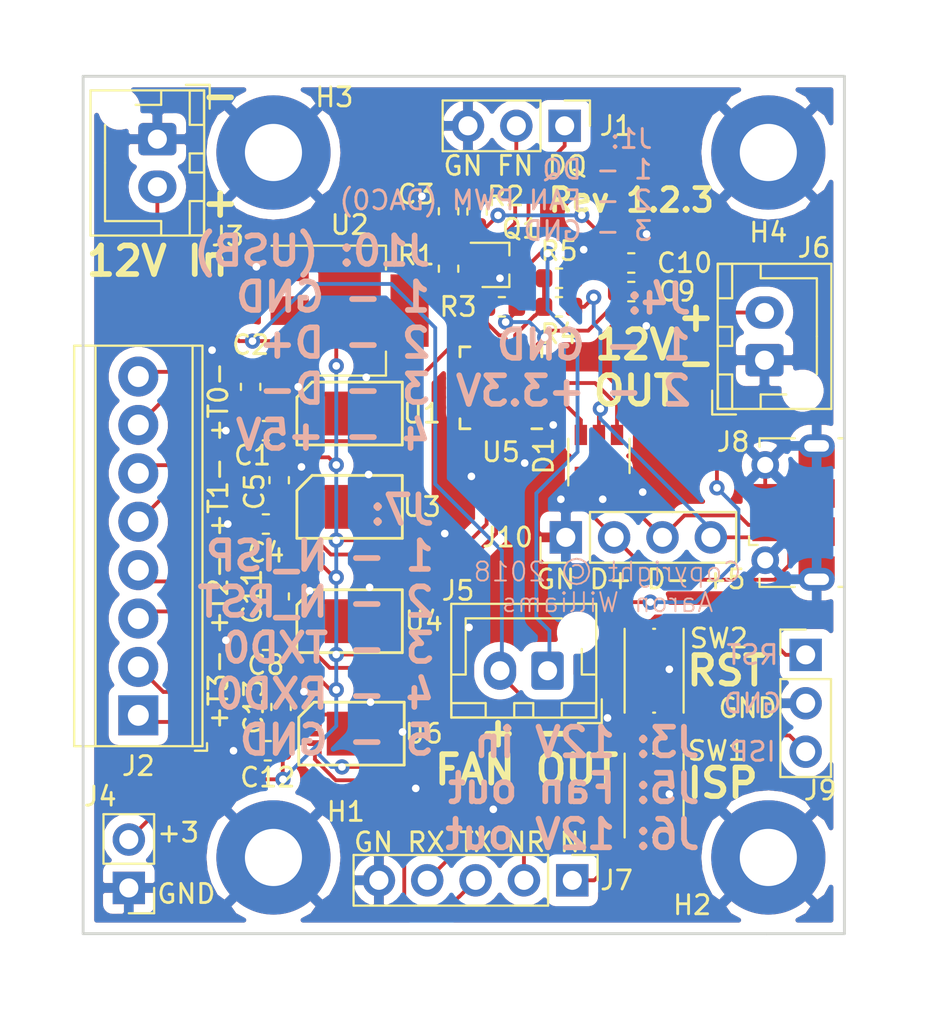
<source format=kicad_pcb>
(kicad_pcb (version 20171130) (host pcbnew 5.1.0-5.1.0)
  (title_block (title "T-962 Temp Monitor and Fan Controller") (date 2019-03-27) (rev 1.2.3) (company "Copyright © 2018 by Aaron Williams"))
  (layers (0 F.Cu signal) (31 B.Cu signal) (35 F.Paste user) (36 B.SilkS user) (37 F.SilkS user) (38 B.Mask user) (39 F.Mask user) (44 Edge.Cuts user))
  (net 0 "")
  (net 1 /FAN_PWM)
  (net 2 GND)
  (net 3 +3V3)
  (net 4 +12V)
  (net 5 /DQ)
  (net 6 /D+)
  (net 7 /D-)
  (net 8 /P_D-)
  (net 9 +5V)
  (net 10 /P_D+)
  (net 11 "Net-(U5-Pad1)")
  (net 12 /FAN_PWM_OUT)
  (net 13 /N_ISP)
  (net 14 /N_RST)
  (net 15 /TXD0)
  (net 16 /RXD0)
  (net 17 /T1+)
  (net 18 /T1-)
  (net 19 /T0-)
  (net 20 /T0+)
  (net 21 /T2+)
  (net 22 /T2-)
  (net 23 /T3-)
  (net 24 /T3+)
  (net 25 "Net-(R3-Pad2)")
  (net 26 "Net-(J8-Pad4)")
  (net 27 "Net-(U5-Pad11)")
  (net 28 "Net-(U5-Pad12)")
  (net 29 "Net-(U5-Pad13)")
  (net 30 "Net-(U5-Pad14)")
  (net 31 "Net-(U5-Pad15)")
  (net 32 "Net-(U5-Pad17)")
  (net 33 "Net-(U5-Pad18)")
  (net 34 "Net-(U5-Pad19)")
  (net 35 "Net-(U5-Pad22)")
  (net 36 "Net-(U5-Pad23)")
  (net 37 "Net-(U5-Pad24)")
  (net 38 "Net-(R4-Pad2)")
  (module Connector_PinHeader_2.54mm:PinHeader_1x03_P2.54mm_Vertical (layer F.Cu) (at 165.862 61.468)
    (fp_text reference J9 (at 0.762 7.112) (layer F.SilkS))
    (fp_text value Conn_01x03_Male)
    (pad 3 thru_hole oval (at 0 5.08) (size 1.7 1.7) (drill 1) (layers *.Cu *.Mask) (net 13 /N_ISP))
    (pad 2 thru_hole oval (at 0 2.54) (size 1.7 1.7) (drill 1) (layers *.Cu *.Mask) (net 2 GND))
    (pad 1 thru_hole rect (at 0 0) (size 1.7 1.7) (drill 1) (layers *.Cu *.Mask) (net 14 /N_RST))
  )
  (module Package_TO_SOT_SMD:SOT-23-6 (layer F.Cu) (at 155 51.025 90)
    (fp_text reference D1 (at 0 -2.9 90) (layer F.SilkS))
    (fp_text value USBLC6-2SC6)
    (pad 1 smd rect (at -1.1 -0.95 90) (size 1.06 0.65) (layers F.Cu F.Paste F.Mask) (net 6 /D+))
    (pad 2 smd rect (at -1.1 0 90) (size 1.06 0.65) (layers F.Cu F.Paste F.Mask) (net 2 GND))
    (pad 3 smd rect (at -1.1 0.95 90) (size 1.06 0.65) (layers F.Cu F.Paste F.Mask) (net 7 /D-))
    (pad 4 smd rect (at 1.1 0.95 90) (size 1.06 0.65) (layers F.Cu F.Paste F.Mask) (net 8 /P_D-))
    (pad 6 smd rect (at 1.1 -0.95 90) (size 1.06 0.65) (layers F.Cu F.Paste F.Mask) (net 10 /P_D+))
    (pad 5 smd rect (at 1.1 0 90) (size 1.06 0.65) (layers F.Cu F.Paste F.Mask) (net 9 +5V))
  )
  (module Connector_JST:JST_XH_B02B-XH-AM_1x02_P2.50mm_Vertical (layer F.Cu) (at 163.7 46 90)
    (fp_text reference J6 (at 5.9 2.6 180) (layer F.SilkS))
    (fp_text value "JST XH-B02B-XH-AM")
    (pad 1 thru_hole roundrect (at 0 0 90) (size 1.7 2) (drill 1) (layers *.Cu *.Mask) (roundrect_rratio 0.147059) (net 2 GND))
    (pad 2 thru_hole oval (at 2.5 0 90) (size 1.7 2) (drill 1) (layers *.Cu *.Mask) (net 4 +12V))
    (pad "" np_thru_hole circle (at -1.6 2 90) (size 1.2 1.2) (drill 1.2) (layers *.Cu *.Mask))
  )
  (module Connector_PinHeader_2.54mm:PinHeader_1x02_P2.54mm_Vertical (layer F.Cu) (at 130.3 73.7 180)
    (fp_text reference J4 (at 1.5 4.8 180) (layer F.SilkS))
    (fp_text value Conn_01x02_Male)
    (pad 1 thru_hole rect (at 0 0 180) (size 1.7 1.7) (drill 1) (layers *.Cu *.Mask) (net 2 GND))
    (pad 2 thru_hole oval (at 0 2.54 180) (size 1.7 1.7) (drill 1) (layers *.Cu *.Mask) (net 3 +3V3))
  )
  (module Package_TO_SOT_SMD:SOT-223 (layer F.Cu) (at 141.9 43.4)
    (fp_text reference U2 (at 0 -4.5) (layer F.SilkS))
    (fp_text value LD1117S33CTR)
    (pad 4 smd rect (at 3.15 0) (size 2 3.8) (layers F.Cu F.Paste F.Mask) (net 3 +3V3))
    (pad 2 smd rect (at -3.15 0) (size 2 1.5) (layers F.Cu F.Paste F.Mask) (net 3 +3V3))
    (pad 3 smd rect (at -3.15 2.3) (size 2 1.5) (layers F.Cu F.Paste F.Mask) (net 4 +12V))
    (pad 1 smd rect (at -3.15 -2.3) (size 2 1.5) (layers F.Cu F.Paste F.Mask) (net 2 GND))
  )
  (module TerminalBlock_TE-Connectivity:TerminalBlock_TE_282834-8_1x08_P2.54mm_Horizontal (layer F.Cu) (at 130.8 64.64 90)
    (fp_text reference J2 (at -2.66 0 180) (layer F.SilkS))
    (fp_text value "TE 282834-8")
    (pad 1 thru_hole rect (at 0 0 90) (size 2.1 2.1) (drill 1.1) (layers *.Cu *.Mask) (net 24 /T3+))
    (pad 2 thru_hole circle (at 2.54 0 90) (size 2.1 2.1) (drill 1.1) (layers *.Cu *.Mask) (net 23 /T3-))
    (pad 3 thru_hole circle (at 5.08 0 90) (size 2.1 2.1) (drill 1.1) (layers *.Cu *.Mask) (net 21 /T2+))
    (pad 4 thru_hole circle (at 7.62 0 90) (size 2.1 2.1) (drill 1.1) (layers *.Cu *.Mask) (net 22 /T2-))
    (pad 5 thru_hole circle (at 10.16 0 90) (size 2.1 2.1) (drill 1.1) (layers *.Cu *.Mask) (net 17 /T1+))
    (pad 6 thru_hole circle (at 12.7 0 90) (size 2.1 2.1) (drill 1.1) (layers *.Cu *.Mask) (net 18 /T1-))
    (pad 7 thru_hole circle (at 15.24 0 90) (size 2.1 2.1) (drill 1.1) (layers *.Cu *.Mask) (net 20 /T0+))
    (pad 8 thru_hole circle (at 17.78 0 90) (size 2.1 2.1) (drill 1.1) (layers *.Cu *.Mask) (net 19 /T0-))
  )
  (module MountingHole:MountingHole_3mm_Pad (layer F.Cu) (at 137.9 72.1)
    (fp_text reference H1 (at 3.8 -2.4) (layer F.SilkS))
    (fp_text value MountingHole_Pad)
    (pad 1 thru_hole circle (at 0 0) (size 6 6) (drill 3) (layers *.Cu *.Mask) (net 2 GND))
  )
  (module MountingHole:MountingHole_3mm_Pad (layer F.Cu) (at 163.9 72.1)
    (fp_text reference H2 (at -4 2.5) (layer F.SilkS))
    (fp_text value MountingHole_Pad)
    (pad 1 thru_hole circle (at 0 0) (size 6 6) (drill 3) (layers *.Cu *.Mask) (net 2 GND))
  )
  (module MountingHole:MountingHole_3mm_Pad (layer F.Cu) (at 137.9 35.1)
    (fp_text reference H3 (at 3.2 -2.9) (layer F.SilkS))
    (fp_text value MountingHole_Pad)
    (pad 1 thru_hole circle (at 0 0) (size 6 6) (drill 3) (layers *.Cu *.Mask) (net 2 GND))
  )
  (module MountingHole:MountingHole_3mm_Pad (layer F.Cu) (at 163.9 35.1)
    (fp_text reference H4 (at 0 4.2) (layer F.SilkS))
    (fp_text value MountingHole_Pad)
    (pad 1 thru_hole circle (at 0 0) (size 6 6) (drill 3) (layers *.Cu *.Mask) (net 2 GND))
  )
  (module Aaron:SW_SPST_KMR2 (layer F.Cu) (at 157.9 62.3 90)
    (fp_text reference SW2 (at 1.7 3.4 180) (layer F.SilkS))
    (fp_text value SW_SPST_KMR2)
    (pad 2 smd rect (at 2.05 0.8 180) (size 0.9 1) (layers F.Cu F.Paste F.Mask) (net 2 GND))
    (pad 1 smd rect (at 2.05 -0.8 180) (size 0.9 1) (layers F.Cu F.Paste F.Mask) (net 14 /N_RST))
    (pad 2 smd rect (at -2.05 0.8 180) (size 0.9 1) (layers F.Cu F.Paste F.Mask) (net 2 GND))
    (pad 1 smd rect (at -2.05 -0.8 180) (size 0.9 1) (layers F.Cu F.Paste F.Mask) (net 14 /N_RST))
  )
  (module Resistor_SMD:R_0603_1608Metric (layer F.Cu) (at 152.905001 41.7)
    (fp_text reference R5 (at 0 -1.43) (layer F.SilkS))
    (fp_text value 47.5K)
    (pad 2 smd roundrect (at 0.7875 0) (size 0.875 0.95) (layers F.Cu F.Paste F.Mask) (net 2 GND))
    (pad 1 smd roundrect (at -0.7875 0) (size 0.875 0.95) (layers F.Cu F.Paste F.Mask) (net 38 "Net-(R4-Pad2)"))
  )
  (module Resistor_SMD:R_0603_1608Metric (layer F.Cu) (at 152.9 43.2 180)
    (fp_text reference R4 (at 0 -1.43 180) (layer F.SilkS))
    (fp_text value 22.1K)
    (pad 1 smd roundrect (at -0.7875 0 180) (size 0.875 0.95) (layers F.Cu F.Paste F.Mask) (net 9 +5V))
    (pad 2 smd roundrect (at 0.7875 0 180) (size 0.875 0.95) (layers F.Cu F.Paste F.Mask) (net 38 "Net-(R4-Pad2)"))
  )
  (module Aaron:QFN-24-1EP_4x4mm_Pitch0.5mm_rounded_corners (layer F.Cu) (at 149.85 47.45 180)
    (fp_text reference U5 (at 0 -3.375 180) (layer F.SilkS))
    (fp_text value CP2102N-A01-QFN24)
    (pad 25 smd rect (at -0.65 -0.65 180) (size 1.3 1.3) (layers F.Cu F.Paste F.Mask) (net 2 GND))
    (pad 25 smd rect (at -0.65 0.65 180) (size 1.3 1.3) (layers F.Cu F.Paste F.Mask) (net 2 GND))
    (pad 25 smd rect (at 0.65 -0.65 180) (size 1.3 1.3) (layers F.Cu F.Paste F.Mask) (net 2 GND))
    (pad 25 smd rect (at 0.65 0.65 180) (size 1.3 1.3) (layers F.Cu F.Paste F.Mask) (net 2 GND))
    (pad 24 smd roundrect (at -1.25 -1.95 270) (size 0.85 0.3) (layers F.Cu F.Paste F.Mask) (net 37 "Net-(U5-Pad24)"))
    (pad 23 smd rect (at -0.75 -1.95 270) (size 0.85 0.3) (layers F.Cu F.Paste F.Mask) (net 36 "Net-(U5-Pad23)"))
    (pad 22 smd rect (at -0.25 -1.95 270) (size 0.85 0.3) (layers F.Cu F.Paste F.Mask) (net 35 "Net-(U5-Pad22)"))
    (pad 21 smd rect (at 0.25 -1.95 270) (size 0.85 0.3) (layers F.Cu F.Paste F.Mask) (net 16 /RXD0))
    (pad 20 smd rect (at 0.75 -1.95 270) (size 0.85 0.3) (layers F.Cu F.Paste F.Mask) (net 15 /TXD0))
    (pad 19 smd roundrect (at 1.25 -1.95 270) (size 0.85 0.3) (layers F.Cu F.Paste F.Mask) (net 34 "Net-(U5-Pad19)"))
    (pad 18 smd roundrect (at 1.95 -1.25 180) (size 0.85 0.3) (layers F.Cu F.Paste F.Mask) (net 33 "Net-(U5-Pad18)"))
    (pad 17 smd rect (at 1.95 -0.75 180) (size 0.85 0.3) (layers F.Cu F.Paste F.Mask) (net 32 "Net-(U5-Pad17)"))
    (pad 16 smd rect (at 1.95 -0.25 180) (size 0.85 0.3) (layers F.Cu F.Paste F.Mask))
    (pad 15 smd rect (at 1.95 0.25 180) (size 0.85 0.3) (layers F.Cu F.Paste F.Mask) (net 31 "Net-(U5-Pad15)"))
    (pad 14 smd rect (at 1.95 0.75 180) (size 0.85 0.3) (layers F.Cu F.Paste F.Mask) (net 30 "Net-(U5-Pad14)"))
    (pad 13 smd roundrect (at 1.95 1.25 180) (size 0.85 0.3) (layers F.Cu F.Paste F.Mask) (net 29 "Net-(U5-Pad13)"))
    (pad 12 smd roundrect (at 1.25 1.95 270) (size 0.85 0.3) (layers F.Cu F.Paste F.Mask) (net 28 "Net-(U5-Pad12)"))
    (pad 11 smd rect (at 0.75 1.95 270) (size 0.85 0.3) (layers F.Cu F.Paste F.Mask) (net 27 "Net-(U5-Pad11)"))
    (pad 10 smd rect (at 0.25 1.95 270) (size 0.85 0.3) (layers F.Cu F.Paste F.Mask))
    (pad 9 smd rect (at -0.25 1.95 270) (size 0.85 0.3) (layers F.Cu F.Paste F.Mask) (net 25 "Net-(R3-Pad2)"))
    (pad 8 smd rect (at -0.75 1.95 270) (size 0.85 0.3) (layers F.Cu F.Paste F.Mask) (net 38 "Net-(R4-Pad2)"))
    (pad 7 smd roundrect (at -1.25 1.95 270) (size 0.85 0.3) (layers F.Cu F.Paste F.Mask) (net 3 +3V3))
    (pad 6 smd roundrect (at -1.95 1.25 180) (size 0.85 0.3) (layers F.Cu F.Paste F.Mask) (net 3 +3V3))
    (pad 5 smd rect (at -1.95 0.75 180) (size 0.85 0.3) (layers F.Cu F.Paste F.Mask) (net 3 +3V3))
    (pad 4 smd rect (at -1.95 0.25 180) (size 0.85 0.3) (layers F.Cu F.Paste F.Mask) (net 8 /P_D-))
    (pad 3 smd rect (at -1.95 -0.25 180) (size 0.85 0.3) (layers F.Cu F.Paste F.Mask) (net 10 /P_D+))
    (pad 2 smd rect (at -1.95 -0.75 180) (size 0.85 0.3) (layers F.Cu F.Paste F.Mask) (net 2 GND))
    (pad 1 smd roundrect (at -1.95 -1.25 180) (size 0.85 0.3) (layers F.Cu F.Paste F.Mask) (net 11 "Net-(U5-Pad1)"))
  )
  (module Aaron:USB_Micro-B_Molex-105017-0001 (layer F.Cu) (at 165.2 54 90)
    (fp_text reference J8 (at 3.708 -3.148 180) (layer F.SilkS))
    (fp_text value USB_B_Micro)
    (pad 6 smd rect (at 1 1.2375 90) (size 1.5 1.9) (layers F.Cu F.Paste F.Mask) (net 2 GND))
    (pad 6 thru_hole circle (at -2.5 -1.4625 90) (size 1.45 1.45) (drill 0.85) (layers *.Cu *.Mask) (net 2 GND))
    (pad 2 smd rect (at -0.65 -1.4625 90) (size 0.4 1.35) (layers F.Cu F.Paste F.Mask) (net 7 /D-))
    (pad 1 smd rect (at -1.3 -1.4625 90) (size 0.4 1.35) (layers F.Cu F.Paste F.Mask) (net 9 +5V))
    (pad 5 smd rect (at 1.3 -1.4625 90) (size 0.4 1.35) (layers F.Cu F.Paste F.Mask) (net 2 GND))
    (pad 4 smd rect (at 0.65 -1.4625 90) (size 0.4 1.35) (layers F.Cu F.Paste F.Mask) (net 26 "Net-(J8-Pad4)"))
    (pad 3 smd rect (at 0 -1.4625 90) (size 0.4 1.35) (layers F.Cu F.Paste F.Mask) (net 6 /D+))
    (pad 6 thru_hole circle (at 2.5 -1.4625 90) (size 1.45 1.45) (drill 0.85) (layers *.Cu *.Mask) (net 2 GND))
    (pad 6 smd rect (at -1 1.2375 90) (size 1.5 1.9) (layers F.Cu F.Paste F.Mask) (net 2 GND))
    (pad 6 thru_hole oval (at -3.5 1.2375 270) (size 1.2 1.9) (drill oval 0.6 1.3) (layers *.Cu *.Mask) (net 2 GND))
    (pad 6 thru_hole oval (at 3.5 1.2375 90) (size 1.2 1.9) (drill oval 0.6 1.3) (layers *.Cu *.Mask) (net 2 GND))
    (pad 6 smd rect (at 2.9 1.2375 90) (size 1.2 1.9) (layers F.Cu F.Mask) (net 2 GND))
    (pad 6 smd rect (at -2.9 1.2375 90) (size 1.2 1.9) (layers F.Cu F.Mask) (net 2 GND))
  )
  (module Resistor_SMD:R_0603_1608Metric (layer F.Cu) (at 147.1 41.2 270)
    (fp_text reference R1 (at -0.7 1.7) (layer F.SilkS))
    (fp_text value 4.7K)
    (pad 2 smd roundrect (at 0.7875 0 270) (size 0.875 0.95) (layers F.Cu F.Paste F.Mask) (net 5 /DQ))
    (pad 1 smd roundrect (at -0.7875 0 270) (size 0.875 0.95) (layers F.Cu F.Paste F.Mask) (net 3 +3V3))
  )
  (module Resistor_SMD:R_0603_1608Metric (layer F.Cu) (at 149.9 43.2 180)
    (fp_text reference R3 (at 2.3 0 180) (layer F.SilkS))
    (fp_text value 1K)
    (pad 1 smd roundrect (at -0.7875 0 180) (size 0.875 0.95) (layers F.Cu F.Paste F.Mask) (net 3 +3V3))
    (pad 2 smd roundrect (at 0.7875 0 180) (size 0.875 0.95) (layers F.Cu F.Paste F.Mask) (net 25 "Net-(R3-Pad2)"))
  )
  (module Aaron:SW_SPST_KMR2 (layer F.Cu) (at 157.9 68.85 90)
    (fp_text reference SW1 (at 2.35 3.3 180) (layer F.SilkS))
    (fp_text value SW_SPST_KMR2)
    (pad 1 smd rect (at -2.05 -0.8 180) (size 0.9 1) (layers F.Cu F.Paste F.Mask) (net 13 /N_ISP))
    (pad 2 smd rect (at -2.05 0.8 180) (size 0.9 1) (layers F.Cu F.Paste F.Mask) (net 2 GND))
    (pad 1 smd rect (at 2.05 -0.8 180) (size 0.9 1) (layers F.Cu F.Paste F.Mask) (net 13 /N_ISP))
    (pad 2 smd rect (at 2.05 0.8 180) (size 0.9 1) (layers F.Cu F.Paste F.Mask) (net 2 GND))
  )
  (module Aaron:TDFN-10_3x4mm_P0.5mm (layer F.Cu) (at 142 65.6 270)
    (fp_text reference U6 (at 0 -3.8) (layer F.SilkS))
    (fp_text value MAX31850KATB+)
    (pad 10 smd rect (at -1 -1.92 270) (size 0.3 0.7) (layers F.Cu F.Paste F.Mask))
    (pad 1 smd rect (at -1 1.92 270) (size 0.3 0.7) (layers F.Cu F.Paste F.Mask) (net 2 GND))
    (pad 9 smd rect (at -0.5 -1.92 270) (size 0.3 0.7) (layers F.Cu F.Paste F.Mask) (net 2 GND))
    (pad 2 smd rect (at -0.5 1.92 270) (size 0.3 0.7) (layers F.Cu F.Paste F.Mask) (net 23 /T3-))
    (pad 8 smd rect (at 0 -1.92 270) (size 0.3 0.7) (layers F.Cu F.Paste F.Mask) (net 2 GND))
    (pad 3 smd rect (at 0 1.92 270) (size 0.3 0.7) (layers F.Cu F.Paste F.Mask) (net 24 /T3+))
    (pad 7 smd rect (at 0.5 -1.92 270) (size 0.3 0.7) (layers F.Cu F.Paste F.Mask) (net 3 +3V3))
    (pad 4 smd rect (at 0.5 1.92 270) (size 0.3 0.7) (layers F.Cu F.Paste F.Mask) (net 3 +3V3))
    (pad 6 smd rect (at 1 -1.92 270) (size 0.3 0.7) (layers F.Cu F.Paste F.Mask) (net 3 +3V3))
    (pad 5 smd rect (at 1 1.92 270) (size 0.3 0.7) (layers F.Cu F.Paste F.Mask) (net 5 /DQ))
    (pad 11 smd rect (at 0 0 270) (size 2.3 2.6) (layers F.Cu F.Paste F.Mask) (net 2 GND))
  )
  (module Capacitor_SMD:C_0603_1608Metric (layer F.Cu) (at 156.7 40.9)
    (fp_text reference C10 (at 2.8 0) (layer F.SilkS))
    (fp_text value 0.1uF)
    (pad 1 smd roundrect (at -0.7875 0) (size 0.875 0.95) (layers F.Cu F.Paste F.Mask) (net 3 +3V3))
    (pad 2 smd roundrect (at 0.7875 0) (size 0.875 0.95) (layers F.Cu F.Paste F.Mask) (net 2 GND))
  )
  (module Capacitor_SMD:C_0603_1608Metric (layer F.Cu) (at 138.2 58.4 90)
    (fp_text reference C11 (at 0 -1.43 90) (layer F.SilkS))
    (fp_text value 0.01uF)
    (pad 2 smd roundrect (at 0.7875 0 90) (size 0.875 0.95) (layers F.Cu F.Paste F.Mask) (net 22 /T2-))
    (pad 1 smd roundrect (at -0.7875 0 90) (size 0.875 0.95) (layers F.Cu F.Paste F.Mask) (net 21 /T2+))
  )
  (module Capacitor_SMD:C_0603_1608Metric (layer F.Cu) (at 137.6 66.5)
    (fp_text reference C12 (at 0 1.4 180) (layer F.SilkS))
    (fp_text value 0.1uF)
    (pad 1 smd roundrect (at -0.7875 0) (size 0.875 0.95) (layers F.Cu F.Paste F.Mask) (net 2 GND))
    (pad 2 smd roundrect (at 0.7875 0) (size 0.875 0.95) (layers F.Cu F.Paste F.Mask) (net 3 +3V3))
  )
  (module Capacitor_SMD:C_0603_1608Metric (layer F.Cu) (at 138.3 64.2 90)
    (fp_text reference C13 (at 0 -1.43 90) (layer F.SilkS))
    (fp_text value 0.01uF)
    (pad 2 smd roundrect (at 0.7875 0 90) (size 0.875 0.95) (layers F.Cu F.Paste F.Mask) (net 23 /T3-))
    (pad 1 smd roundrect (at -0.7875 0 90) (size 0.875 0.95) (layers F.Cu F.Paste F.Mask) (net 24 /T3+))
  )
  (module Connector_JST:JST_XH_B02B-XH-AM_1x02_P2.50mm_Vertical (layer F.Cu) (at 152.3 62.3 180)
    (fp_text reference J5 (at 4.7 4.2) (layer F.SilkS))
    (fp_text value "JST XH-B02B-XH-AM")
    (pad "" np_thru_hole circle (at -1.6 2 180) (size 1.2 1.2) (drill 1.2) (layers *.Cu *.Mask))
    (pad 2 thru_hole oval (at 2.5 0 180) (size 1.7 2) (drill 1) (layers *.Cu *.Mask) (net 4 +12V))
    (pad 1 thru_hole roundrect (at 0 0 180) (size 1.7 2) (drill 1) (layers *.Cu *.Mask) (roundrect_rratio 0.147059) (net 12 /FAN_PWM_OUT))
  )
  (module Connector_JST:JST_XH_B02B-XH-AM_1x02_P2.50mm_Vertical (layer F.Cu) (at 131.8 34.4 270)
    (fp_text reference J3 (at 5.1 -3.7) (layer F.SilkS))
    (fp_text value "JST XH-B02B-XH-AM")
    (pad 1 thru_hole roundrect (at 0 0 270) (size 1.7 2) (drill 1) (layers *.Cu *.Mask) (roundrect_rratio 0.147059) (net 2 GND))
    (pad 2 thru_hole oval (at 2.5 0 270) (size 1.7 2) (drill 1) (layers *.Cu *.Mask) (net 4 +12V))
    (pad "" np_thru_hole circle (at -1.6 2 270) (size 1.2 1.2) (drill 1.2) (layers *.Cu *.Mask))
  )
  (module Connector_PinHeader_2.54mm:PinHeader_1x03_P2.54mm_Vertical (layer F.Cu) (at 153.2 33.7 270)
    (fp_text reference J1 (at 0 -2.7) (layer F.SilkS))
    (fp_text value Conn_01x03)
    (pad 1 thru_hole rect (at 0 0 270) (size 1.7 1.7) (drill 1) (layers *.Cu *.Mask) (net 5 /DQ))
    (pad 2 thru_hole oval (at 0 2.54 270) (size 1.7 1.7) (drill 1) (layers *.Cu *.Mask) (net 1 /FAN_PWM))
    (pad 3 thru_hole oval (at 0 5.08 270) (size 1.7 1.7) (drill 1) (layers *.Cu *.Mask) (net 2 GND))
  )
  (module Connector_PinHeader_2.54mm:PinHeader_1x04_P2.54mm_Vertical (layer F.Cu) (at 153.26 55.3 90)
    (fp_text reference J10 (at 0 -3.06 180) (layer F.SilkS))
    (fp_text value Conn_01x04)
    (pad 1 thru_hole rect (at 0 0 90) (size 1.7 1.7) (drill 1) (layers *.Cu *.Mask) (net 2 GND))
    (pad 2 thru_hole oval (at 0 2.54 90) (size 1.7 1.7) (drill 1) (layers *.Cu *.Mask) (net 6 /D+))
    (pad 3 thru_hole oval (at 0 5.08 90) (size 1.7 1.7) (drill 1) (layers *.Cu *.Mask) (net 7 /D-))
    (pad 4 thru_hole oval (at 0 7.62 90) (size 1.7 1.7) (drill 1) (layers *.Cu *.Mask) (net 9 +5V))
  )
  (module Connector_PinHeader_2.54mm:PinHeader_1x05_P2.54mm_Vertical (layer F.Cu) (at 153.6 73.3 270)
    (fp_text reference J7 (at 0 -2.33) (layer F.SilkS))
    (fp_text value "2.54mm pin header")
    (pad 1 thru_hole rect (at 0 0 270) (size 1.7 1.7) (drill 1) (layers *.Cu *.Mask) (net 13 /N_ISP))
    (pad 2 thru_hole oval (at 0 2.54 270) (size 1.7 1.7) (drill 1) (layers *.Cu *.Mask) (net 14 /N_RST))
    (pad 3 thru_hole oval (at 0 5.08 270) (size 1.7 1.7) (drill 1) (layers *.Cu *.Mask) (net 15 /TXD0))
    (pad 4 thru_hole oval (at 0 7.62 270) (size 1.7 1.7) (drill 1) (layers *.Cu *.Mask) (net 16 /RXD0))
    (pad 5 thru_hole oval (at 0 10.16 270) (size 1.7 1.7) (drill 1) (layers *.Cu *.Mask) (net 2 GND))
  )
  (module Resistor_SMD:R_0603_1608Metric (layer F.Cu) (at 148.6 38.2 90)
    (fp_text reference R2 (at 0.8 1.5) (layer F.SilkS))
    (fp_text value 100K)
    (pad 2 smd roundrect (at 0.7875 0 90) (size 0.875 0.95) (layers F.Cu F.Paste F.Mask) (net 1 /FAN_PWM))
    (pad 1 smd roundrect (at -0.7875 0 90) (size 0.875 0.95) (layers F.Cu F.Paste F.Mask) (net 3 +3V3))
  )
  (module Aaron:TDFN-10_3x4mm_P0.5mm (layer F.Cu) (at 141.9 48.8 270)
    (fp_text reference U1 (at 0 -3.8) (layer F.SilkS))
    (fp_text value MAX31850KATB+)
    (pad 11 smd rect (at 0 0 270) (size 2.3 2.6) (layers F.Cu F.Paste F.Mask) (net 2 GND))
    (pad 5 smd rect (at 1 1.92 270) (size 0.3 0.7) (layers F.Cu F.Paste F.Mask) (net 5 /DQ))
    (pad 6 smd rect (at 1 -1.92 270) (size 0.3 0.7) (layers F.Cu F.Paste F.Mask) (net 2 GND))
    (pad 4 smd rect (at 0.5 1.92 270) (size 0.3 0.7) (layers F.Cu F.Paste F.Mask) (net 3 +3V3))
    (pad 7 smd rect (at 0.5 -1.92 270) (size 0.3 0.7) (layers F.Cu F.Paste F.Mask) (net 2 GND))
    (pad 3 smd rect (at 0 1.92 270) (size 0.3 0.7) (layers F.Cu F.Paste F.Mask) (net 20 /T0+))
    (pad 8 smd rect (at 0 -1.92 270) (size 0.3 0.7) (layers F.Cu F.Paste F.Mask) (net 2 GND))
    (pad 2 smd rect (at -0.5 1.92 270) (size 0.3 0.7) (layers F.Cu F.Paste F.Mask) (net 19 /T0-))
    (pad 9 smd rect (at -0.5 -1.92 270) (size 0.3 0.7) (layers F.Cu F.Paste F.Mask) (net 2 GND))
    (pad 1 smd rect (at -1 1.92 270) (size 0.3 0.7) (layers F.Cu F.Paste F.Mask) (net 2 GND))
    (pad 10 smd rect (at -1 -1.92 270) (size 0.3 0.7) (layers F.Cu F.Paste F.Mask))
  )
  (module Aaron:TDFN-10_3x4mm_P0.5mm (layer F.Cu) (at 141.9 53.7 270)
    (fp_text reference U3 (at 0 -3.8) (layer F.SilkS))
    (fp_text value MAX31850KATB+)
    (pad 10 smd rect (at -1 -1.92 270) (size 0.3 0.7) (layers F.Cu F.Paste F.Mask))
    (pad 1 smd rect (at -1 1.92 270) (size 0.3 0.7) (layers F.Cu F.Paste F.Mask) (net 2 GND))
    (pad 9 smd rect (at -0.5 -1.92 270) (size 0.3 0.7) (layers F.Cu F.Paste F.Mask) (net 2 GND))
    (pad 2 smd rect (at -0.5 1.92 270) (size 0.3 0.7) (layers F.Cu F.Paste F.Mask) (net 18 /T1-))
    (pad 8 smd rect (at 0 -1.92 270) (size 0.3 0.7) (layers F.Cu F.Paste F.Mask) (net 2 GND))
    (pad 3 smd rect (at 0 1.92 270) (size 0.3 0.7) (layers F.Cu F.Paste F.Mask) (net 17 /T1+))
    (pad 7 smd rect (at 0.5 -1.92 270) (size 0.3 0.7) (layers F.Cu F.Paste F.Mask) (net 2 GND))
    (pad 4 smd rect (at 0.5 1.92 270) (size 0.3 0.7) (layers F.Cu F.Paste F.Mask) (net 3 +3V3))
    (pad 6 smd rect (at 1 -1.92 270) (size 0.3 0.7) (layers F.Cu F.Paste F.Mask) (net 3 +3V3))
    (pad 5 smd rect (at 1 1.92 270) (size 0.3 0.7) (layers F.Cu F.Paste F.Mask) (net 5 /DQ))
    (pad 11 smd rect (at 0 0 270) (size 2.3 2.6) (layers F.Cu F.Paste F.Mask) (net 2 GND))
  )
  (module Aaron:TDFN-10_3x4mm_P0.5mm (layer F.Cu) (at 141.9 59.7 270)
    (fp_text reference U4 (at 0 -3.9) (layer F.SilkS))
    (fp_text value MAX31850KATB+)
    (pad 11 smd rect (at 0 0 270) (size 2.3 2.6) (layers F.Cu F.Paste F.Mask) (net 2 GND))
    (pad 5 smd rect (at 1 1.92 270) (size 0.3 0.7) (layers F.Cu F.Paste F.Mask) (net 5 /DQ))
    (pad 6 smd rect (at 1 -1.92 270) (size 0.3 0.7) (layers F.Cu F.Paste F.Mask) (net 2 GND))
    (pad 4 smd rect (at 0.5 1.92 270) (size 0.3 0.7) (layers F.Cu F.Paste F.Mask) (net 3 +3V3))
    (pad 7 smd rect (at 0.5 -1.92 270) (size 0.3 0.7) (layers F.Cu F.Paste F.Mask) (net 3 +3V3))
    (pad 3 smd rect (at 0 1.92 270) (size 0.3 0.7) (layers F.Cu F.Paste F.Mask) (net 21 /T2+))
    (pad 8 smd rect (at 0 -1.92 270) (size 0.3 0.7) (layers F.Cu F.Paste F.Mask) (net 2 GND))
    (pad 2 smd rect (at -0.5 1.92 270) (size 0.3 0.7) (layers F.Cu F.Paste F.Mask) (net 22 /T2-))
    (pad 9 smd rect (at -0.5 -1.92 270) (size 0.3 0.7) (layers F.Cu F.Paste F.Mask) (net 2 GND))
    (pad 1 smd rect (at -1 1.92 270) (size 0.3 0.7) (layers F.Cu F.Paste F.Mask) (net 2 GND))
    (pad 10 smd rect (at -1 -1.92 270) (size 0.3 0.7) (layers F.Cu F.Paste F.Mask))
  )
  (module Capacitor_SMD:C_0603_1608Metric (layer F.Cu) (at 136.7 47.4 90)
    (fp_text reference C2 (at 2.2 0 180) (layer F.SilkS))
    (fp_text value 0.01uF)
    (pad 1 smd roundrect (at -0.7875 0 90) (size 0.875 0.95) (layers F.Cu F.Paste F.Mask) (net 20 /T0+))
    (pad 2 smd roundrect (at 0.7875 0 90) (size 0.875 0.95) (layers F.Cu F.Paste F.Mask) (net 19 /T0-))
  )
  (module Capacitor_SMD:C_0603_1608Metric (layer F.Cu) (at 147.1 38.1875 90)
    (fp_text reference C3 (at 0.8875 -1.7 180) (layer F.SilkS))
    (fp_text value 1uF)
    (pad 2 smd roundrect (at 0.7875 0 90) (size 0.875 0.95) (layers F.Cu F.Paste F.Mask) (net 2 GND))
    (pad 1 smd roundrect (at -0.7875 0 90) (size 0.875 0.95) (layers F.Cu F.Paste F.Mask) (net 3 +3V3))
  )
  (module Capacitor_SMD:C_0603_1608Metric (layer F.Cu) (at 137.5 54.6)
    (fp_text reference C4 (at 0 1.5) (layer F.SilkS))
    (fp_text value 0.1uF)
    (pad 1 smd roundrect (at -0.7875 0) (size 0.875 0.95) (layers F.Cu F.Paste F.Mask) (net 2 GND))
    (pad 2 smd roundrect (at 0.7875 0) (size 0.875 0.95) (layers F.Cu F.Paste F.Mask) (net 3 +3V3))
  )
  (module Capacitor_SMD:C_0603_1608Metric (layer F.Cu) (at 138.2 52.3 90)
    (fp_text reference C5 (at -0.6 -1.3 90) (layer F.SilkS))
    (fp_text value 0.01uF)
    (pad 2 smd roundrect (at 0.7875 0 90) (size 0.875 0.95) (layers F.Cu F.Paste F.Mask) (net 18 /T1-))
    (pad 1 smd roundrect (at -0.7875 0 90) (size 0.875 0.95) (layers F.Cu F.Paste F.Mask) (net 17 /T1+))
  )
  (module Capacitor_SMD:C_0603_1608Metric (layer F.Cu) (at 137.5 60.7)
    (fp_text reference C8 (at 0 1.3) (layer F.SilkS))
    (fp_text value 0.1uF)
    (pad 1 smd roundrect (at -0.7875 0) (size 0.875 0.95) (layers F.Cu F.Paste F.Mask) (net 2 GND))
    (pad 2 smd roundrect (at 0.7875 0) (size 0.875 0.95) (layers F.Cu F.Paste F.Mask) (net 3 +3V3))
  )
  (module Capacitor_SMD:C_0603_1608Metric (layer F.Cu) (at 156.7 42.4)
    (fp_text reference C9 (at 2.4 0) (layer F.SilkS))
    (fp_text value 4.7uF)
    (pad 2 smd roundrect (at 0.7875 0) (size 0.875 0.95) (layers F.Cu F.Paste F.Mask) (net 2 GND))
    (pad 1 smd roundrect (at -0.7875 0) (size 0.875 0.95) (layers F.Cu F.Paste F.Mask) (net 3 +3V3))
  )
  (module Capacitor_SMD:C_0603_1608Metric (layer F.Cu) (at 137.5 49.7)
    (fp_text reference C1 (at -0.7 1.3) (layer F.SilkS))
    (fp_text value 0.1uF)
    (pad 1 smd roundrect (at -0.7875 0) (size 0.875 0.95) (layers F.Cu F.Paste F.Mask) (net 2 GND))
    (pad 2 smd roundrect (at 0.7875 0) (size 0.875 0.95) (layers F.Cu F.Paste F.Mask) (net 3 +3V3))
  )
  (module Package_TO_SOT_SMD:SOT-323_SC-70 (layer F.Cu) (at 149.565001 41)
    (fp_text reference Q1 (at 1.334999 -1.9) (layer F.SilkS))
    (fp_text value BSS214NW)
    (pad 1 smd rect (at -1 -0.65 270) (size 0.45 0.7) (layers F.Cu F.Paste F.Mask) (net 1 /FAN_PWM))
    (pad 2 smd rect (at -1 0.65 270) (size 0.45 0.7) (layers F.Cu F.Paste F.Mask) (net 2 GND))
    (pad 3 smd rect (at 1 0 270) (size 0.45 0.7) (layers F.Cu F.Paste F.Mask) (net 12 /FAN_PWM_OUT))
  )
  (gr_text ISP (at 163.068 66.548) (layer B.SilkS) (effects (font (size 1 1)) (justify mirror)))
  (gr_text GND (at 163.068 64.008) (layer B.SilkS) (effects (font (size 1 1)) (justify mirror)))
  (gr_text RST (at 163.068 61.468) (layer B.SilkS) (effects (font (size 1 1)) (justify mirror)))
  (gr_text GND (at 162.814 64.262) (layer F.SilkS) (effects (font (size 1 1))))
  (gr_text "12V\nOUT" (at 156.9 46.4) (layer F.SilkS) (effects (font (size 1.5 1.5) (thickness 0.3))))
  (gr_text "+\n-" (at 160.1 44.9) (layer F.SilkS) (effects (font (size 1.5 1.5) (thickness 0.3))))
  (gr_text "J4:\n1 - GND\n2 - +3.3V" (at 160 45.2) (layer B.SilkS) (effects (font (size 1.5 1.5) (thickness 0.3)) (justify left mirror)))
  (gr_text "+3\n\nGND" (at 131.7 72.4) (layer F.SilkS) (effects (font (size 1 1)) (justify left)))
  (gr_text "J1:\n1 - DQ\n2 - FAN PWM (DAC0)\n3 - GND" (at 157.9 36.8) (layer B.SilkS) (effects (font (size 1 1)) (justify left mirror)))
  (gr_text "J3: 12V in\nJ5: Fan out\nJ6: 12V out" (at 160.45 68.475) (layer B.SilkS) (effects (font (size 1.5 1.5) (thickness 0.3)) (justify left mirror)))
  (gr_text "J10: (USB)\n1 - GND\n2 - D+\n3 - D-\n4 - +5V" (at 146.3 45.1) (layer B.SilkS) (effects (font (size 1.5 1.5) (thickness 0.3)) (justify left mirror)))
  (gr_text "J7:\n1 - N_ISP\n2 - N_RST\n3 - TXD0\n4 - RXD0\n5 - GND" (at 146.5 59.9) (layer B.SilkS) (effects (font (size 1.5 1.5) (thickness 0.3)) (justify left mirror)))
  (gr_text "+ -" (at 151.2 65.5) (layer F.SilkS) (effects (font (size 1.5 1.5) (thickness 0.3))))
  (gr_text - (at 135.1 32.1) (layer F.SilkS) (effects (font (size 1.5 1.5) (thickness 0.3))))
  (gr_text + (at 135.1 37.7) (layer F.SilkS) (effects (font (size 1.5 1.5) (thickness 0.3))))
  (gr_text "12V In" (at 131.8 40.8) (layer F.SilkS) (effects (font (size 1.5 1.5) (thickness 0.3))))
  (gr_text "Rev 1.2.3" (at 156.7 37.6) (layer F.SilkS) (effects (font (size 1.2 1.2) (thickness 0.25))))
  (gr_text "Copyright © 2018\nAaron Williams" (at 155.448 57.912) (layer B.SilkS) (effects (font (size 1 1) (thickness 0.1)) (justify mirror)))
  (gr_text +T3- (at 135 63.3 90) (layer F.SilkS) (effects (font (size 1 1))))
  (gr_text +T2- (at 135 58.3 90) (layer F.SilkS) (effects (font (size 1 1))))
  (gr_text +T1- (at 135 53.2 90) (layer F.SilkS) (effects (font (size 1 1))))
  (gr_text +T0- (at 135 48.2 90) (layer F.SilkS) (effects (font (size 1 1))))
  (gr_text "GN FN DQ" (at 150.6 35.8) (layer F.SilkS) (effects (font (size 1 1))))
  (gr_text "GN D+ D- +5" (at 157.2 57.5) (layer F.SilkS) (effects (font (size 1 1))))
  (gr_text RST (at 161.7 62.3) (layer F.SilkS) (effects (font (size 1.5 1.5) (thickness 0.3))))
  (gr_text ISP (at 161.5 68.2) (layer F.SilkS) (effects (font (size 1.5 1.5) (thickness 0.3))))
  (gr_text "GN RX TX NR NI" (at 148.3 71.3) (layer F.SilkS) (effects (font (size 1 1))))
  (gr_text "FAN OUT" (at 151.2 67.5) (layer F.SilkS) (effects (font (size 1.5 1.5) (thickness 0.3))))
  (gr_line (start 167.9 76.1) (end 163.8 76.1) (layer Edge.Cuts) (width 0.15))
  (gr_line (start 167.9 31.1) (end 167.9 76.1) (layer Edge.Cuts) (width 0.15))
  (gr_line (start 127.9 76.1) (end 163.8 76.1) (layer Edge.Cuts) (width 0.15))
  (gr_line (start 127.9 31.1) (end 127.9 76.1) (layer Edge.Cuts) (width 0.15))
  (gr_line (start 167.9 31.1) (end 127.9 31.1) (layer Edge.Cuts) (width 0.15))
  (segment (start 150.66 35.3525) (end 148.6 37.4125) (width 0.2) (layer F.Cu) (net 1))
  (segment (start 150.66 33.7) (end 150.66 35.3525) (width 0.2) (layer F.Cu) (net 1))
  (segment (start 149.175 37.4125) (end 149.1875 37.4) (width 0.2) (layer F.Cu) (net 1))
  (segment (start 148.6 37.4125) (end 149.175 37.4125) (width 0.2) (layer F.Cu) (net 1))
  (segment (start 149.1875 37.4) (end 150.1 37.4) (width 0.2) (layer F.Cu) (net 1))
  (segment (start 150.1 37.4) (end 150.6 37.9) (width 0.2) (layer F.Cu) (net 1))
  (segment (start 150.6 37.9) (end 150.6 38.8) (width 0.2) (layer F.Cu) (net 1))
  (segment (start 150.6 38.8) (end 149.6 39.8) (width 0.2) (layer F.Cu) (net 1))
  (segment (start 148.690001 40.35) (end 148.565001 40.35) (width 0.2) (layer F.Cu) (net 1))
  (segment (start 149.240001 39.8) (end 148.690001 40.35) (width 0.2) (layer F.Cu) (net 1))
  (segment (start 149.6 39.8) (end 149.240001 39.8) (width 0.2) (layer F.Cu) (net 1))
  (segment (start 147.69 34.13) (end 148.12 33.7) (width 0.2) (layer F.Cu) (net 2))
  (segment (start 143.82 48.3) (end 143.82 48.8) (width 0.2) (layer F.Cu) (net 2))
  (segment (start 143.82 48.8) (end 143.82 49.3) (width 0.2) (layer F.Cu) (net 2))
  (segment (start 143.82 49.3) (end 143.82 49.8) (width 0.2) (layer F.Cu) (net 2))
  (segment (start 143.82 48.8) (end 141.9 48.8) (width 0.2) (layer F.Cu) (net 2))
  (segment (start 140.9 52.7) (end 139.98 52.7) (width 0.2) (layer F.Cu) (net 2))
  (segment (start 141.9 53.7) (end 140.9 52.7) (width 0.2) (layer F.Cu) (net 2))
  (segment (start 143.82 54.2) (end 143.82 53.7) (width 0.2) (layer F.Cu) (net 2))
  (segment (start 143.82 53.7) (end 143.82 53.2) (width 0.2) (layer F.Cu) (net 2))
  (segment (start 143.82 53.7) (end 141.9 53.7) (width 0.2) (layer F.Cu) (net 2))
  (segment (start 143.82 59.7) (end 141.9 59.7) (width 0.2) (layer F.Cu) (net 2))
  (segment (start 142.9 60.7) (end 141.9 59.7) (width 0.2) (layer F.Cu) (net 2))
  (segment (start 143.82 60.7) (end 142.9 60.7) (width 0.2) (layer F.Cu) (net 2))
  (segment (start 140.9 58.7) (end 139.98 58.7) (width 0.2) (layer F.Cu) (net 2))
  (segment (start 141.9 59.7) (end 140.9 58.7) (width 0.2) (layer F.Cu) (net 2))
  (segment (start 142.5 65.1) (end 142 65.6) (width 0.2) (layer F.Cu) (net 2))
  (segment (start 143.92 65.1) (end 142.5 65.1) (width 0.2) (layer F.Cu) (net 2))
  (segment (start 143.92 65.6) (end 142 65.6) (width 0.2) (layer F.Cu) (net 2))
  (segment (start 141 64.6) (end 140.08 64.6) (width 0.2) (layer F.Cu) (net 2))
  (segment (start 142 65.6) (end 141 64.6) (width 0.2) (layer F.Cu) (net 2))
  (via (at 135.4 49.7) (size 0.8) (drill 0.4) (layers F.Cu B.Cu) (net 2))
  (segment (start 136.7125 49.7) (end 135.4 49.7) (width 0.2) (layer F.Cu) (net 2))
  (segment (start 142.4 49.3) (end 141.9 48.8) (width 0.2) (layer F.Cu) (net 2))
  (segment (start 143.82 49.3) (end 142.4 49.3) (width 0.2) (layer F.Cu) (net 2))
  (segment (start 142.9 49.8) (end 141.9 48.8) (width 0.2) (layer F.Cu) (net 2))
  (segment (start 143.82 49.8) (end 142.9 49.8) (width 0.2) (layer F.Cu) (net 2))
  (segment (start 142.4 59.2) (end 141.9 59.7) (width 0.2) (layer F.Cu) (net 2))
  (segment (start 143.82 59.2) (end 142.4 59.2) (width 0.2) (layer F.Cu) (net 2))
  (via (at 139.8 58.1) (size 0.8) (drill 0.4) (layers F.Cu B.Cu) (net 2))
  (segment (start 139.98 58.7) (end 139.98 58.28) (width 0.2) (layer F.Cu) (net 2))
  (segment (start 139.98 58.28) (end 139.8 58.1) (width 0.2) (layer F.Cu) (net 2))
  (segment (start 140.08 64.6) (end 140.08 63.98) (width 0.2) (layer F.Cu) (net 2))
  (via (at 139.5 63.4) (size 0.8) (drill 0.4) (layers F.Cu B.Cu) (net 2))
  (segment (start 140.08 63.98) (end 139.5 63.4) (width 0.2) (layer F.Cu) (net 2))
  (via (at 135.5 54.6) (size 0.8) (drill 0.4) (layers F.Cu B.Cu) (net 2))
  (segment (start 136.7125 54.6) (end 135.5 54.6) (width 0.2) (layer F.Cu) (net 2))
  (via (at 142.9 52) (size 0.8) (drill 0.4) (layers F.Cu B.Cu) (net 2))
  (segment (start 141.9 53.7) (end 141.9 53) (width 0.2) (layer F.Cu) (net 2))
  (segment (start 141.9 53) (end 142.9 52) (width 0.2) (layer F.Cu) (net 2))
  (via (at 149.8 41.7) (size 0.8) (drill 0.4) (layers F.Cu B.Cu) (net 2))
  (segment (start 148.565001 41.65) (end 149.75 41.65) (width 0.2) (layer F.Cu) (net 2))
  (segment (start 149.75 41.65) (end 149.8 41.7) (width 0.2) (layer F.Cu) (net 2))
  (segment (start 150.6 48.2) (end 150.5 48.1) (width 0.2) (layer F.Cu) (net 2))
  (segment (start 151.8 48.2) (end 150.6 48.2) (width 0.2) (layer F.Cu) (net 2))
  (via (at 157.5 39.37999) (size 0.8) (drill 0.4) (layers F.Cu B.Cu) (net 2))
  (segment (start 157.4875 39.39249) (end 157.5 39.37999) (width 0.2) (layer F.Cu) (net 2))
  (via (at 144.681609 65.513445) (size 0.8) (drill 0.4) (layers F.Cu B.Cu) (net 2))
  (segment (start 143.92 65.6) (end 144.595054 65.6) (width 0.2) (layer F.Cu) (net 2))
  (segment (start 144.595054 65.6) (end 144.681609 65.513445) (width 0.2) (layer F.Cu) (net 2))
  (via (at 154.2 40.2) (size 0.8) (drill 0.4) (layers F.Cu B.Cu) (net 2))
  (segment (start 157.4 39.27999) (end 157.5 39.37999) (width 0.2) (layer F.Cu) (net 2))
  (segment (start 158.7 59.9) (end 158.7 60.25) (width 0.2) (layer F.Cu) (net 2))
  (segment (start 158.7 60.25) (end 158.7 62.225) (width 0.2) (layer F.Cu) (net 2))
  (segment (start 140.9 47.8) (end 141.9 48.8) (width 0.2) (layer F.Cu) (net 2))
  (segment (start 139.98 47.8) (end 140.9 47.8) (width 0.2) (layer F.Cu) (net 2))
  (segment (start 139.98 52.211386) (end 139.771415 52.002801) (width 0.2) (layer F.Cu) (net 2))
  (via (at 139.371416 51.602802) (size 0.8) (drill 0.4) (layers F.Cu B.Cu) (net 2))
  (segment (start 139.771415 52.002801) (end 139.371416 51.602802) (width 0.2) (layer F.Cu) (net 2))
  (segment (start 139.98 52.7) (end 139.98 52.211386) (width 0.2) (layer F.Cu) (net 2))
  (segment (start 139.6 47.8) (end 139.2 47.4) (width 0.2) (layer F.Cu) (net 2))
  (via (at 139.2 47.4) (size 0.8) (drill 0.4) (layers F.Cu B.Cu) (net 2))
  (segment (start 139.98 47.8) (end 139.6 47.8) (width 0.2) (layer F.Cu) (net 2))
  (via (at 137 41.1) (size 0.8) (drill 0.4) (layers F.Cu B.Cu) (net 2))
  (segment (start 138.75 41.1) (end 137 41.1) (width 0.2) (layer F.Cu) (net 2))
  (via (at 152.6 49.4) (size 0.8) (drill 0.4) (layers F.Cu B.Cu) (net 2))
  (segment (start 152.386444 48.2) (end 152.6 48.413556) (width 0.2) (layer F.Cu) (net 2))
  (segment (start 152.6 48.413556) (end 152.6 48.834315) (width 0.2) (layer F.Cu) (net 2))
  (segment (start 152.6 48.834315) (end 152.6 49.4) (width 0.2) (layer F.Cu) (net 2))
  (segment (start 151.8 48.2) (end 152.386444 48.2) (width 0.2) (layer F.Cu) (net 2))
  (via (at 155.2 53.3) (size 0.8) (drill 0.4) (layers F.Cu B.Cu) (net 2))
  (segment (start 155 51.95) (end 155 53.1) (width 0.2) (layer F.Cu) (net 2))
  (segment (start 155 53.1) (end 155.2 53.3) (width 0.2) (layer F.Cu) (net 2))
  (via (at 146.9 55.1) (size 0.8) (drill 0.4) (layers F.Cu B.Cu) (net 2))
  (via (at 148.3 52.1) (size 0.8) (drill 0.4) (layers F.Cu B.Cu) (net 2))
  (via (at 151.1 51.4) (size 0.8) (drill 0.4) (layers F.Cu B.Cu) (net 2))
  (segment (start 148.3 53.7) (end 146.9 55.1) (width 0.2) (layer F.Cu) (net 2))
  (segment (start 148.3 52.1) (end 148.3 53.7) (width 0.2) (layer F.Cu) (net 2))
  (segment (start 163.7375 52.7) (end 163.7375 51.5) (width 0.2) (layer F.Cu) (net 2))
  (segment (start 150.5 46.8) (end 149.2 46.8) (width 0.2) (layer F.Cu) (net 2))
  (segment (start 149.2 46.8) (end 149.2 48.1) (width 0.2) (layer F.Cu) (net 2))
  (segment (start 149.2 48.1) (end 150.5 48.1) (width 0.2) (layer F.Cu) (net 2))
  (via (at 135.800004 66.5) (size 0.8) (drill 0.4) (layers F.Cu B.Cu) (net 2))
  (segment (start 136.8125 66.5) (end 135.800004 66.5) (width 0.2) (layer F.Cu) (net 2))
  (segment (start 136.7125 60.7) (end 135.4 60.7) (width 0.2) (layer F.Cu) (net 2))
  (via (at 135.4 60.7) (size 0.8) (drill 0.4) (layers F.Cu B.Cu) (net 2))
  (via (at 145.700026 37.4) (size 0.8) (drill 0.4) (layers F.Cu B.Cu) (net 2))
  (via (at 157.4875 44.199998) (size 0.8) (drill 0.4) (layers F.Cu B.Cu) (net 2))
  (via (at 149.45 69.575) (size 0.8) (drill 0.4) (layers F.Cu B.Cu) (net 2))
  (via (at 148.175 60.025) (size 0.8) (drill 0.4) (layers F.Cu B.Cu) (net 2))
  (via (at 158.7 62.225) (size 0.8) (drill 0.4) (layers F.Cu B.Cu) (net 2))
  (segment (start 158.7 68.775) (end 158.7 70.9) (width 0.2) (layer F.Cu) (net 2))
  (via (at 158.7 68.775) (size 0.8) (drill 0.4) (layers F.Cu B.Cu) (net 2))
  (via (at 134.675 45.475) (size 0.8) (drill 0.4) (layers F.Cu B.Cu) (net 2))
  (via (at 155.45 64.775) (size 0.8) (drill 0.4) (layers F.Cu B.Cu) (net 2))
  (via (at 157.300001 52.925001) (size 0.8) (drill 0.4) (layers F.Cu B.Cu) (net 2))
  (via (at 142.775 46.9) (size 0.8) (drill 0.4) (layers F.Cu B.Cu) (net 2))
  (segment (start 141.9 47.775) (end 142.775 46.9) (width 0.2) (layer F.Cu) (net 2))
  (segment (start 141.9 48.8) (end 141.9 47.775) (width 0.2) (layer F.Cu) (net 2))
  (via (at 142.95 57.925) (size 0.8) (drill 0.4) (layers F.Cu B.Cu) (net 2))
  (segment (start 141.9 59.7) (end 141.9 58.975) (width 0.2) (layer F.Cu) (net 2))
  (segment (start 141.9 58.975) (end 142.95 57.925) (width 0.2) (layer F.Cu) (net 2))
  (via (at 143 63.95) (size 0.8) (drill 0.4) (layers F.Cu B.Cu) (net 2))
  (segment (start 142 65.6) (end 142 64.95) (width 0.2) (layer F.Cu) (net 2))
  (segment (start 142 64.95) (end 143 63.95) (width 0.2) (layer F.Cu) (net 2))
  (via (at 145.375 68.475) (size 0.8) (drill 0.4) (layers F.Cu B.Cu) (net 2))
  (segment (start 152.999942 53.299942) (end 152.999942 53.3) (width 0.2) (layer F.Cu) (net 2))
  (via (at 152.999942 53.3) (size 0.8) (drill 0.4) (layers F.Cu B.Cu) (net 2))
  (segment (start 147.0825 40.43) (end 147.1 40.4125) (width 0.2) (layer F.Cu) (net 3))
  (segment (start 147.1 40.4125) (end 147.1 38.975) (width 0.2) (layer F.Cu) (net 3))
  (segment (start 148.5875 38.975) (end 148.6 38.9875) (width 0.2) (layer F.Cu) (net 3))
  (segment (start 147.1 38.975) (end 148.5875 38.975) (width 0.2) (layer F.Cu) (net 3))
  (segment (start 138.7875 66.1) (end 138.3875 66.5) (width 0.2) (layer F.Cu) (net 3))
  (segment (start 140.08 66.1) (end 138.7875 66.1) (width 0.2) (layer F.Cu) (net 3))
  (segment (start 138.7875 60.2) (end 138.2875 60.7) (width 0.2) (layer F.Cu) (net 3))
  (segment (start 139.98 60.2) (end 138.7875 60.2) (width 0.2) (layer F.Cu) (net 3))
  (segment (start 138.6875 54.2) (end 138.2875 54.6) (width 0.2) (layer F.Cu) (net 3))
  (segment (start 139.98 54.2) (end 138.6875 54.2) (width 0.2) (layer F.Cu) (net 3))
  (segment (start 138.6875 49.3) (end 138.2875 49.7) (width 0.2) (layer F.Cu) (net 3))
  (segment (start 139.98 49.3) (end 138.6875 49.3) (width 0.2) (layer F.Cu) (net 3))
  (segment (start 138.4 66.5125) (end 138.3875 66.5) (width 0.2) (layer F.Cu) (net 3))
  (segment (start 143.92 66.1) (end 143.92 66.6) (width 0.2) (layer F.Cu) (net 3))
  (via (at 141.2 55.450002) (size 0.8) (drill 0.4) (layers F.Cu B.Cu) (net 3))
  (segment (start 143.419998 55.450002) (end 141.2 55.450002) (width 0.2) (layer F.Cu) (net 3))
  (segment (start 143.82 54.7) (end 143.82 55.05) (width 0.2) (layer F.Cu) (net 3))
  (segment (start 143.82 55.05) (end 143.419998 55.450002) (width 0.2) (layer F.Cu) (net 3))
  (via (at 138.4 68) (size 0.8) (drill 0.4) (layers F.Cu B.Cu) (net 3))
  (segment (start 138.3875 66.5) (end 138.3875 67.9875) (width 0.2) (layer F.Cu) (net 3))
  (segment (start 138.3875 67.9875) (end 138.4 68) (width 0.2) (layer F.Cu) (net 3))
  (segment (start 143.92 66.6) (end 143.92 67.05) (width 0.2) (layer F.Cu) (net 3))
  (segment (start 138.2875 60.7) (end 140.8875 63.3) (width 0.2) (layer F.Cu) (net 3))
  (via (at 141.2 61.450016) (size 0.8) (drill 0.4) (layers F.Cu B.Cu) (net 3))
  (via (at 141.199972 63.3) (size 0.8) (drill 0.4) (layers F.Cu B.Cu) (net 3))
  (segment (start 144.470001 61.090001) (end 144.109986 61.450016) (width 0.2) (layer F.Cu) (net 3))
  (segment (start 144.470001 60.300001) (end 144.470001 61.090001) (width 0.2) (layer F.Cu) (net 3))
  (segment (start 141.199972 62.734315) (end 141.199972 63.3) (width 0.2) (layer B.Cu) (net 3))
  (segment (start 141.199972 65.200028) (end 141.199972 63.865685) (width 0.2) (layer B.Cu) (net 3))
  (segment (start 144.109986 61.450016) (end 141.765685 61.450016) (width 0.2) (layer F.Cu) (net 3))
  (segment (start 143.82 60.2) (end 144.37 60.2) (width 0.2) (layer F.Cu) (net 3))
  (segment (start 144.37 60.2) (end 144.470001 60.300001) (width 0.2) (layer F.Cu) (net 3))
  (segment (start 141.199972 63.865685) (end 141.199972 63.3) (width 0.2) (layer B.Cu) (net 3))
  (segment (start 141.765685 61.450016) (end 141.2 61.450016) (width 0.2) (layer F.Cu) (net 3))
  (segment (start 140.8875 63.3) (end 141.199972 63.3) (width 0.2) (layer F.Cu) (net 3))
  (segment (start 141.199972 61.450044) (end 141.2 61.450016) (width 0.2) (layer B.Cu) (net 3))
  (segment (start 141.199972 63.3) (end 141.199972 61.450044) (width 0.2) (layer B.Cu) (net 3))
  (segment (start 141.2 55.450002) (end 141.2 51.5) (width 0.2) (layer B.Cu) (net 3))
  (via (at 141.2 57.4) (size 0.8) (drill 0.4) (layers F.Cu B.Cu) (net 3))
  (segment (start 141.0875 57.4) (end 141.2 57.4) (width 0.2) (layer F.Cu) (net 3))
  (segment (start 141.2 61.450016) (end 141.2 57.4) (width 0.2) (layer B.Cu) (net 3))
  (segment (start 138.2875 54.6) (end 141.0875 57.4) (width 0.2) (layer F.Cu) (net 3))
  (segment (start 141.2 57.4) (end 141.2 55.450002) (width 0.2) (layer B.Cu) (net 3))
  (segment (start 141.2 51.5) (end 141.2 51.5) (width 0.2) (layer B.Cu) (net 3))
  (via (at 141.2 51.5) (size 0.8) (drill 0.4) (layers F.Cu B.Cu) (net 3))
  (segment (start 139.390301 50.802801) (end 138.2875 49.7) (width 0.2) (layer F.Cu) (net 3))
  (segment (start 139.755417 50.802801) (end 139.390301 50.802801) (width 0.2) (layer F.Cu) (net 3))
  (segment (start 140.052617 51.100001) (end 139.755417 50.802801) (width 0.2) (layer F.Cu) (net 3))
  (segment (start 140.800001 51.100001) (end 140.052617 51.100001) (width 0.2) (layer F.Cu) (net 3))
  (segment (start 141.2 51.5) (end 140.800001 51.100001) (width 0.2) (layer F.Cu) (net 3))
  (segment (start 145.1375 40.4125) (end 145.1375 40.4125) (width 0.2) (layer F.Cu) (net 3))
  (segment (start 145.05 40.5) (end 145.1375 40.4125) (width 0.2) (layer F.Cu) (net 3))
  (segment (start 147.1 40.4125) (end 146.4 40.4125) (width 0.2) (layer F.Cu) (net 3))
  (segment (start 145.05 43.4) (end 145.05 40.5) (width 0.2) (layer F.Cu) (net 3))
  (segment (start 146.4 40.4125) (end 145.447502 40.4125) (width 0.2) (layer F.Cu) (net 3))
  (via (at 141.5 67.350002) (size 0.8) (drill 0.4) (layers F.Cu B.Cu) (net 3))
  (segment (start 143.619998 67.350002) (end 141.5 67.350002) (width 0.2) (layer F.Cu) (net 3))
  (segment (start 143.92 67.05) (end 143.619998 67.350002) (width 0.2) (layer F.Cu) (net 3))
  (segment (start 140.1 66.515687) (end 140.1 66.3) (width 0.2) (layer B.Cu) (net 3))
  (segment (start 140.934315 67.350002) (end 140.1 66.515687) (width 0.2) (layer B.Cu) (net 3))
  (segment (start 141.5 67.350002) (end 140.934315 67.350002) (width 0.2) (layer B.Cu) (net 3))
  (segment (start 138.4 68) (end 140.1 66.3) (width 0.2) (layer B.Cu) (net 3))
  (segment (start 140.1 66.3) (end 141.199972 65.200028) (width 0.2) (layer B.Cu) (net 3))
  (via (at 141.2 46.300004) (size 0.8) (drill 0.4) (layers F.Cu B.Cu) (net 3))
  (segment (start 141.2 46.300004) (end 141.2 51.5) (width 0.2) (layer B.Cu) (net 3))
  (segment (start 141.2 46.300004) (end 141.2 45.734319) (width 0.2) (layer F.Cu) (net 3))
  (segment (start 141.2 45.734319) (end 141.2 43.4) (width 0.2) (layer F.Cu) (net 3))
  (segment (start 145.05 43.4) (end 141.2 43.4) (width 0.2) (layer F.Cu) (net 3))
  (segment (start 141.2 43.4) (end 138.75 43.4) (width 0.2) (layer F.Cu) (net 3))
  (segment (start 133.46 68) (end 130.3 71.16) (width 0.2) (layer F.Cu) (net 3))
  (segment (start 138.4 68) (end 133.46 68) (width 0.2) (layer F.Cu) (net 3))
  (segment (start 151.8 45.95) (end 151.8 46.2) (width 0.2) (layer F.Cu) (net 3))
  (segment (start 151.8 45.4842) (end 151.8 45.95) (width 0.2) (layer F.Cu) (net 3))
  (segment (start 145.1375 40.4125) (end 146.4 40.4125) (width 0.2) (layer F.Cu) (net 3))
  (segment (start 155.9125 40.9) (end 155.9125 42.4) (width 0.2) (layer F.Cu) (net 3))
  (segment (start 151.7842 45.5) (end 151.8 45.4842) (width 0.2) (layer F.Cu) (net 3))
  (segment (start 151.1 45.5) (end 151.7842 45.5) (width 0.2) (layer F.Cu) (net 3))
  (segment (start 155.9125 40.2125) (end 154.499999 38.799999) (width 0.2) (layer F.Cu) (net 3))
  (segment (start 154.499999 38.799999) (end 154.1 38.4) (width 0.2) (layer F.Cu) (net 3))
  (via (at 154.1 38.4) (size 0.8) (drill 0.4) (layers F.Cu B.Cu) (net 3))
  (segment (start 155.9125 40.9) (end 155.9125 40.2125) (width 0.2) (layer F.Cu) (net 3))
  (segment (start 149.1125 38.9875) (end 149.7 38.4) (width 0.2) (layer F.Cu) (net 3))
  (via (at 149.7 38.4) (size 0.8) (drill 0.4) (layers F.Cu B.Cu) (net 3))
  (segment (start 148.6 38.9875) (end 149.1125 38.9875) (width 0.2) (layer F.Cu) (net 3))
  (segment (start 153.534315 38.4) (end 154.1 38.4) (width 0.2) (layer B.Cu) (net 3))
  (segment (start 149.7 38.4) (end 153.534315 38.4) (width 0.2) (layer B.Cu) (net 3))
  (segment (start 155.9125 42.975) (end 154.4375 44.45) (width 0.2) (layer F.Cu) (net 3))
  (segment (start 155.9125 42.4) (end 155.9125 42.975) (width 0.2) (layer F.Cu) (net 3))
  (segment (start 154.4375 44.45) (end 152.5 44.45) (width 0.2) (layer F.Cu) (net 3))
  (segment (start 151.7842 45.1658) (end 151.7842 45.5) (width 0.2) (layer F.Cu) (net 3))
  (segment (start 152.5 44.45) (end 151.7842 45.1658) (width 0.2) (layer F.Cu) (net 3))
  (via (at 150.1 44) (size 0.8) (drill 0.4) (layers F.Cu B.Cu) (net 3))
  (segment (start 150.6875 43.4125) (end 150.1 44) (width 0.2) (layer F.Cu) (net 3))
  (segment (start 150.6875 43.2) (end 150.6875 43.4125) (width 0.2) (layer F.Cu) (net 3))
  (via (at 152.15 44.8) (size 0.8) (drill 0.4) (layers F.Cu B.Cu) (net 3))
  (segment (start 150.1 44) (end 151.35 44) (width 0.2) (layer B.Cu) (net 3))
  (segment (start 151.35 44) (end 152.15 44.8) (width 0.2) (layer B.Cu) (net 3))
  (segment (start 151.8 46.7) (end 151.8 46.2) (width 0.2) (layer F.Cu) (net 3))
  (via (at 136.8 45) (size 0.8) (drill 0.4) (layers F.Cu B.Cu) (net 4))
  (segment (start 138.05 45) (end 138.75 45.7) (width 0.2) (layer F.Cu) (net 4))
  (segment (start 136.8 45) (end 138.05 45) (width 0.2) (layer F.Cu) (net 4))
  (segment (start 139.8 42) (end 136.8 45) (width 0.2) (layer B.Cu) (net 4))
  (segment (start 144.1 42) (end 139.8 42) (width 0.2) (layer B.Cu) (net 4))
  (segment (start 146.4 52.5) (end 146.4 44.3) (width 0.2) (layer B.Cu) (net 4))
  (segment (start 146.4 44.3) (end 144.1 42) (width 0.2) (layer B.Cu) (net 4))
  (segment (start 149.9 62.2) (end 149.9 56) (width 0.2) (layer B.Cu) (net 4))
  (segment (start 149.9 56) (end 146.4 52.5) (width 0.2) (layer B.Cu) (net 4))
  (segment (start 131.8 40.7) (end 131.8 36.9) (width 0.2) (layer F.Cu) (net 4))
  (segment (start 136.8 45) (end 136.1 45) (width 0.2) (layer F.Cu) (net 4))
  (segment (start 136.1 45) (end 131.8 40.7) (width 0.2) (layer F.Cu) (net 4))
  (via (at 157.7 58.7) (size 0.8) (drill 0.4) (layers F.Cu B.Cu) (net 4))
  (segment (start 149.8 62.49352) (end 151.30649 64.00001) (width 0.2) (layer F.Cu) (net 4))
  (segment (start 149.8 62.3) (end 149.8 62.49352) (width 0.2) (layer F.Cu) (net 4))
  (segment (start 151.30649 64.00001) (end 153.29351 64.00001) (width 0.2) (layer F.Cu) (net 4))
  (segment (start 156.439998 58.7) (end 157.7 58.7) (width 0.2) (layer F.Cu) (net 4))
  (segment (start 153.29351 64.00001) (end 155.949999 61.343521) (width 0.2) (layer F.Cu) (net 4))
  (segment (start 155.949999 61.343521) (end 155.949999 59.189999) (width 0.2) (layer F.Cu) (net 4))
  (segment (start 155.949999 59.189999) (end 156.439998 58.7) (width 0.2) (layer F.Cu) (net 4))
  (segment (start 157.7 58.7) (end 160.1 58.7) (width 0.2) (layer B.Cu) (net 4))
  (via (at 161.2 52.7) (size 0.8) (drill 0.4) (layers F.Cu B.Cu) (net 4))
  (segment (start 162.330001 53.830001) (end 161.2 52.7) (width 0.2) (layer B.Cu) (net 4))
  (segment (start 160.1 58.7) (end 162.330001 56.469999) (width 0.2) (layer B.Cu) (net 4))
  (segment (start 162.330001 56.469999) (end 162.330001 53.830001) (width 0.2) (layer B.Cu) (net 4))
  (segment (start 163.55 43.5) (end 163.7 43.5) (width 0.2) (layer F.Cu) (net 4))
  (segment (start 161.7 43.5) (end 163.7 43.5) (width 0.2) (layer F.Cu) (net 4))
  (segment (start 161.2 44) (end 161.7 43.5) (width 0.2) (layer F.Cu) (net 4))
  (segment (start 161.2 52.7) (end 161.2 44) (width 0.2) (layer F.Cu) (net 4))
  (segment (start 147.2 42.0875) (end 147.1 41.9875) (width 0.2) (layer F.Cu) (net 5))
  (segment (start 147.2 43.2) (end 147.2 42.0875) (width 0.2) (layer F.Cu) (net 5))
  (segment (start 139.98 60.7) (end 139.98 61.26602) (width 0.2) (layer F.Cu) (net 5))
  (segment (start 139.98 61.26602) (end 140.863998 62.150018) (width 0.2) (layer F.Cu) (net 5))
  (segment (start 147.2 45.3) (end 147.2 43.2) (width 0.2) (layer F.Cu) (net 5))
  (segment (start 145.6 50.250001) (end 145.6 46.9) (width 0.2) (layer F.Cu) (net 5))
  (segment (start 145.6 46.9) (end 147.2 45.3) (width 0.2) (layer F.Cu) (net 5))
  (segment (start 139.98 50.15) (end 139.98 49.8) (width 0.2) (layer F.Cu) (net 5))
  (segment (start 140.080001 50.250001) (end 139.98 50.15) (width 0.2) (layer F.Cu) (net 5))
  (segment (start 145.6 50.250001) (end 140.080001 50.250001) (width 0.2) (layer F.Cu) (net 5))
  (segment (start 145.6 56.2) (end 145.6 61.6) (width 0.2) (layer F.Cu) (net 5))
  (segment (start 145.6 50.250001) (end 145.6 56.2) (width 0.2) (layer F.Cu) (net 5))
  (segment (start 140.913996 56.2) (end 145.6 56.2) (width 0.2) (layer F.Cu) (net 5))
  (segment (start 139.98 54.7) (end 139.98 55.266004) (width 0.2) (layer F.Cu) (net 5))
  (segment (start 139.98 55.266004) (end 140.913996 56.2) (width 0.2) (layer F.Cu) (net 5))
  (segment (start 145.549982 62.150018) (end 145.6 62.1) (width 0.2) (layer F.Cu) (net 5))
  (segment (start 140.863998 62.150018) (end 145.549982 62.150018) (width 0.2) (layer F.Cu) (net 5))
  (segment (start 145.6 61.6) (end 145.6 62.1) (width 0.2) (layer F.Cu) (net 5))
  (segment (start 141.180004 68.050004) (end 144.419996 68.050004) (width 0.2) (layer F.Cu) (net 5))
  (segment (start 144.419996 68.050004) (end 145.6 66.87) (width 0.2) (layer F.Cu) (net 5))
  (segment (start 140.08 66.95) (end 141.180004 68.050004) (width 0.2) (layer F.Cu) (net 5))
  (segment (start 145.6 66.87) (end 145.6 62.1) (width 0.2) (layer F.Cu) (net 5))
  (segment (start 140.08 66.6) (end 140.08 66.95) (width 0.2) (layer F.Cu) (net 5))
  (segment (start 153.2 34.75) (end 151.3 36.65) (width 0.2) (layer F.Cu) (net 5))
  (segment (start 149.175001 41.124999) (end 151.3 39) (width 0.2) (layer F.Cu) (net 5))
  (segment (start 151.3 36.65) (end 151.3 39) (width 0.2) (layer F.Cu) (net 5))
  (segment (start 147.962501 41.124999) (end 149.175001 41.124999) (width 0.2) (layer F.Cu) (net 5))
  (segment (start 153.2 33.7) (end 153.2 34.75) (width 0.2) (layer F.Cu) (net 5))
  (segment (start 147.1 41.9875) (end 147.962501 41.124999) (width 0.2) (layer F.Cu) (net 5))
  (segment (start 165 56.754502) (end 164.229501 57.525001) (width 0.2) (layer F.Cu) (net 6))
  (segment (start 165 54.3875) (end 165 56.754502) (width 0.2) (layer F.Cu) (net 6))
  (segment (start 158.025001 57.525001) (end 155.8 55.3) (width 0.2) (layer F.Cu) (net 6))
  (segment (start 164.229501 57.525001) (end 158.025001 57.525001) (width 0.2) (layer F.Cu) (net 6))
  (segment (start 163.7375 54) (end 164.6125 54) (width 0.2) (layer F.Cu) (net 6))
  (segment (start 164.6125 54) (end 165 54.3875) (width 0.2) (layer F.Cu) (net 6))
  (segment (start 155.8 55.3) (end 154.349999 53.849999) (width 0.2) (layer F.Cu) (net 6))
  (segment (start 154.349999 53.204999) (end 154.349999 53.849999) (width 0.2) (layer F.Cu) (net 6))
  (segment (start 154.05 52.905) (end 154.349999 53.204999) (width 0.2) (layer F.Cu) (net 6))
  (segment (start 154.05 52.125) (end 154.05 52.905) (width 0.2) (layer F.Cu) (net 6))
  (segment (start 159.189999 54.450001) (end 158.34 55.3) (width 0.2) (layer F.Cu) (net 7))
  (segment (start 159.490001 54.149999) (end 159.189999 54.450001) (width 0.2) (layer F.Cu) (net 7))
  (segment (start 162.362499 54.149999) (end 159.490001 54.149999) (width 0.2) (layer F.Cu) (net 7))
  (segment (start 162.8625 54.65) (end 162.362499 54.149999) (width 0.2) (layer F.Cu) (net 7))
  (segment (start 163.7375 54.65) (end 162.8625 54.65) (width 0.2) (layer F.Cu) (net 7))
  (segment (start 155.95 52.91) (end 158.34 55.3) (width 0.2) (layer F.Cu) (net 7))
  (segment (start 155.95 52.125) (end 155.95 52.91) (width 0.2) (layer F.Cu) (net 7))
  (segment (start 155.95 49.145) (end 155.95 49.925) (width 0.2) (layer F.Cu) (net 8))
  (segment (start 154.79926 47.2) (end 155.95 48.35074) (width 0.2) (layer F.Cu) (net 8))
  (segment (start 151.8 47.2) (end 154.79926 47.2) (width 0.2) (layer F.Cu) (net 8))
  (segment (start 155.95 48.35074) (end 155.95 49.145) (width 0.2) (layer F.Cu) (net 8))
  (segment (start 153.4 43.2) (end 153.6875 43.2) (width 0.2) (layer F.Cu) (net 9))
  (segment (start 153.6875 43.2) (end 154.225 43.2) (width 0.2) (layer F.Cu) (net 9))
  (via (at 154.725 42.7) (size 0.8) (drill 0.4) (layers F.Cu B.Cu) (net 9))
  (segment (start 154.225 43.2) (end 154.725 42.7) (width 0.2) (layer F.Cu) (net 9))
  (segment (start 163.7375 55.3) (end 160.88 55.3) (width 0.2) (layer F.Cu) (net 9))
  (segment (start 155.076256 47.449774) (end 155.076256 46.086759) (width 0.2) (layer B.Cu) (net 9))
  (segment (start 160.88 55.3) (end 160.88 54.88) (width 0.2) (layer B.Cu) (net 9))
  (segment (start 160.88 54.88) (end 155.076256 49.076256) (width 0.2) (layer B.Cu) (net 9))
  (segment (start 154.725 44.080883) (end 154.725 42.7) (width 0.2) (layer B.Cu) (net 9))
  (segment (start 155.074999 44.430882) (end 154.725 44.080883) (width 0.2) (layer B.Cu) (net 9))
  (segment (start 155.074999 45.519817) (end 155.074999 44.430882) (width 0.2) (layer B.Cu) (net 9))
  (segment (start 155.076256 45.521074) (end 155.074999 45.519817) (width 0.2) (layer B.Cu) (net 9))
  (segment (start 155.076256 46.086759) (end 155.076256 45.521074) (width 0.2) (layer B.Cu) (net 9))
  (segment (start 155.076256 49.076256) (end 155.076256 48.55) (width 0.2) (layer B.Cu) (net 9))
  (segment (start 155.076256 48.55) (end 155.076256 47.449774) (width 0.2) (layer B.Cu) (net 9))
  (via (at 155.076256 48.55) (size 0.8) (drill 0.4) (layers F.Cu B.Cu) (net 9))
  (segment (start 155 49.925) (end 155 48.626256) (width 0.2) (layer F.Cu) (net 9))
  (segment (start 155 48.626256) (end 155.076256 48.55) (width 0.2) (layer F.Cu) (net 9))
  (segment (start 152.475 47.7) (end 151.8 47.7) (width 0.2) (layer F.Cu) (net 10))
  (segment (start 152.605 47.7) (end 152.475 47.7) (width 0.2) (layer F.Cu) (net 10))
  (segment (start 154.05 49.145) (end 152.605 47.7) (width 0.2) (layer F.Cu) (net 10))
  (segment (start 154.05 49.925) (end 154.05 49.145) (width 0.2) (layer F.Cu) (net 10))
  (segment (start 150.565001 41) (end 151.315001 41) (width 0.2) (layer F.Cu) (net 12))
  (segment (start 152.3 43.352953) (end 153.874989 44.927942) (width 0.2) (layer B.Cu) (net 12))
  (segment (start 151.709999 52.990001) (end 151.709999 59.509999) (width 0.2) (layer B.Cu) (net 12))
  (segment (start 153.874989 44.927942) (end 153.874989 50.825011) (width 0.2) (layer B.Cu) (net 12))
  (segment (start 151.315001 41) (end 151.915001 40.4) (width 0.2) (layer F.Cu) (net 12))
  (segment (start 152.4 60.2) (end 152.4 62.2) (width 0.2) (layer B.Cu) (net 12))
  (segment (start 152.3 40.4) (end 152.3 43.352953) (width 0.2) (layer B.Cu) (net 12))
  (via (at 152.3 40.4) (size 0.8) (drill 0.4) (layers F.Cu B.Cu) (net 12))
  (segment (start 151.915001 40.4) (end 152.3 40.4) (width 0.2) (layer F.Cu) (net 12))
  (segment (start 151.709999 59.509999) (end 152.4 60.2) (width 0.2) (layer B.Cu) (net 12))
  (segment (start 153.874989 50.825011) (end 151.709999 52.990001) (width 0.2) (layer B.Cu) (net 12))
  (segment (start 154.65 73.3) (end 153.6 73.3) (width 0.2) (layer F.Cu) (net 13))
  (segment (start 154.75 73.3) (end 154.65 73.3) (width 0.2) (layer F.Cu) (net 13))
  (segment (start 157.1 70.95) (end 154.75 73.3) (width 0.2) (layer F.Cu) (net 13))
  (segment (start 157.1 70.9) (end 157.1 70.95) (width 0.2) (layer F.Cu) (net 13))
  (segment (start 157.1 66.8) (end 157.1 70.9) (width 0.2) (layer F.Cu) (net 13))
  (segment (start 165.012001 65.698001) (end 165.862 66.548) (width 0.2) (layer F.Cu) (net 13))
  (segment (start 157.501999 65.698001) (end 165.012001 65.698001) (width 0.2) (layer F.Cu) (net 13))
  (segment (start 157.1 66.8) (end 157.1 66.1) (width 0.2) (layer F.Cu) (net 13))
  (segment (start 157.1 66.1) (end 157.501999 65.698001) (width 0.2) (layer F.Cu) (net 13))
  (segment (start 157.1 60.25) (end 157.1 64.35) (width 0.2) (layer F.Cu) (net 14))
  (segment (start 157.1 65.05) (end 157.1 64.35) (width 0.2) (layer F.Cu) (net 14))
  (segment (start 151.06 71.09) (end 157.1 65.05) (width 0.2) (layer F.Cu) (net 14))
  (segment (start 151.06 73.3) (end 151.06 71.09) (width 0.2) (layer F.Cu) (net 14))
  (segment (start 164.812 61.468) (end 165.862 61.468) (width 0.2) (layer F.Cu) (net 14))
  (segment (start 162.793999 59.449999) (end 164.812 61.468) (width 0.2) (layer F.Cu) (net 14))
  (segment (start 157.974001 59.449999) (end 162.793999 59.449999) (width 0.2) (layer F.Cu) (net 14))
  (segment (start 157.734 59.69) (end 157.974001 59.449999) (width 0.2) (layer F.Cu) (net 14))
  (segment (start 157.1 60.25) (end 157.66 59.69) (width 0.2) (layer F.Cu) (net 14))
  (segment (start 157.66 59.69) (end 157.734 59.69) (width 0.2) (layer F.Cu) (net 14))
  (segment (start 147.670001 74.149999) (end 148.52 73.3) (width 0.2) (layer F.Cu) (net 15))
  (segment (start 147.07 74.74) (end 147.660001 74.149999) (width 0.2) (layer F.Cu) (net 15))
  (segment (start 149.1 54.608) (end 146.732499 56.975501) (width 0.2) (layer F.Cu) (net 15))
  (segment (start 149.1 49.4) (end 149.1 54.608) (width 0.2) (layer F.Cu) (net 15))
  (segment (start 144.772495 74.152495) (end 145.36 74.74) (width 0.2) (layer F.Cu) (net 15))
  (segment (start 146.732499 56.975501) (end 146.732499 69.997501) (width 0.2) (layer F.Cu) (net 15))
  (segment (start 147.660001 74.149999) (end 147.670001 74.149999) (width 0.2) (layer F.Cu) (net 15))
  (segment (start 145.36 74.74) (end 147.07 74.74) (width 0.2) (layer F.Cu) (net 15))
  (segment (start 146.732499 69.997501) (end 144.772495 71.957505) (width 0.2) (layer F.Cu) (net 15))
  (segment (start 144.772495 71.957505) (end 144.772495 74.152495) (width 0.2) (layer F.Cu) (net 15))
  (segment (start 149.6 49.4) (end 149.6 55.1) (width 0.2) (layer F.Cu) (net 16))
  (segment (start 149.6 55.1) (end 148.7 56) (width 0.2) (layer F.Cu) (net 16))
  (segment (start 148.7 56) (end 148.52 56.18) (width 0.2) (layer F.Cu) (net 16))
  (segment (start 147.1 70.677919) (end 147.1 70.56) (width 0.2) (layer F.Cu) (net 16))
  (segment (start 147.1 72.18) (end 147.1 70.56) (width 0.2) (layer F.Cu) (net 16))
  (segment (start 145.98 73.3) (end 147.1 72.18) (width 0.2) (layer F.Cu) (net 16))
  (segment (start 147.13251 70.52749) (end 147.13251 57.56749) (width 0.2) (layer F.Cu) (net 16))
  (segment (start 147.13251 57.56749) (end 148.7 56) (width 0.2) (layer F.Cu) (net 16))
  (segment (start 147.1 70.56) (end 147.13251 70.52749) (width 0.2) (layer F.Cu) (net 16))
  (segment (start 138.8125 53.7) (end 138.2 53.0875) (width 0.2) (layer F.Cu) (net 17))
  (segment (start 139.98 53.7) (end 138.8125 53.7) (width 0.2) (layer F.Cu) (net 17))
  (segment (start 132.1925 53.0875) (end 130.8 54.48) (width 0.2) (layer F.Cu) (net 17))
  (segment (start 138.2 53.0875) (end 132.1925 53.0875) (width 0.2) (layer F.Cu) (net 17))
  (segment (start 138.661612 51.974112) (end 138.2 51.5125) (width 0.2) (layer F.Cu) (net 18))
  (segment (start 139.02501 52.33751) (end 138.661612 51.974112) (width 0.2) (layer F.Cu) (net 18))
  (segment (start 139.33 53.2) (end 139.02501 52.89501) (width 0.2) (layer F.Cu) (net 18))
  (segment (start 139.02501 52.89501) (end 139.02501 52.33751) (width 0.2) (layer F.Cu) (net 18))
  (segment (start 139.98 53.2) (end 139.33 53.2) (width 0.2) (layer F.Cu) (net 18))
  (segment (start 131.2275 51.5125) (end 130.8 51.94) (width 0.2) (layer F.Cu) (net 18))
  (segment (start 138.2 51.5125) (end 131.2275 51.5125) (width 0.2) (layer F.Cu) (net 18))
  (segment (start 139.98 48.3) (end 138.9625 48.3) (width 0.2) (layer F.Cu) (net 19))
  (segment (start 137.275 46.6125) (end 136.7 46.6125) (width 0.2) (layer F.Cu) (net 19))
  (segment (start 138.9625 48.3) (end 137.275 46.6125) (width 0.2) (layer F.Cu) (net 19))
  (segment (start 131.0475 46.6125) (end 130.8 46.86) (width 0.2) (layer F.Cu) (net 19))
  (segment (start 136.7 46.6125) (end 131.0475 46.6125) (width 0.2) (layer F.Cu) (net 19))
  (segment (start 137.994622 48.1875) (end 137.275 48.1875) (width 0.2) (layer F.Cu) (net 20))
  (segment (start 138.607122 48.8) (end 137.994622 48.1875) (width 0.2) (layer F.Cu) (net 20))
  (segment (start 137.275 48.1875) (end 136.7 48.1875) (width 0.2) (layer F.Cu) (net 20))
  (segment (start 139.98 48.8) (end 138.607122 48.8) (width 0.2) (layer F.Cu) (net 20))
  (segment (start 132.0125 48.1875) (end 130.8 49.4) (width 0.2) (layer F.Cu) (net 20))
  (segment (start 136.7 48.1875) (end 132.0125 48.1875) (width 0.2) (layer F.Cu) (net 20))
  (segment (start 138.7125 59.7) (end 138.2 59.1875) (width 0.2) (layer F.Cu) (net 21))
  (segment (start 139.98 59.7) (end 138.7125 59.7) (width 0.2) (layer F.Cu) (net 21))
  (segment (start 131.1725 59.1875) (end 130.8 59.56) (width 0.2) (layer F.Cu) (net 21))
  (segment (start 138.2 59.1875) (end 131.1725 59.1875) (width 0.2) (layer F.Cu) (net 21))
  (segment (start 138.661612 58.074112) (end 138.2 57.6125) (width 0.2) (layer F.Cu) (net 22))
  (segment (start 139.02501 58.89501) (end 139.02501 58.43751) (width 0.2) (layer F.Cu) (net 22))
  (segment (start 139.02501 58.43751) (end 138.661612 58.074112) (width 0.2) (layer F.Cu) (net 22))
  (segment (start 139.33 59.2) (end 139.02501 58.89501) (width 0.2) (layer F.Cu) (net 22))
  (segment (start 139.98 59.2) (end 139.33 59.2) (width 0.2) (layer F.Cu) (net 22))
  (segment (start 131.3925 57.6125) (end 130.8 57.02) (width 0.2) (layer F.Cu) (net 22))
  (segment (start 138.2 57.6125) (end 131.3925 57.6125) (width 0.2) (layer F.Cu) (net 22))
  (segment (start 139.12501 64.23751) (end 138.761612 63.874112) (width 0.2) (layer F.Cu) (net 23))
  (segment (start 138.761612 63.874112) (end 138.3 63.4125) (width 0.2) (layer F.Cu) (net 23))
  (segment (start 139.12501 64.79501) (end 139.12501 64.23751) (width 0.2) (layer F.Cu) (net 23))
  (segment (start 139.43 65.1) (end 139.12501 64.79501) (width 0.2) (layer F.Cu) (net 23))
  (segment (start 140.08 65.1) (end 139.43 65.1) (width 0.2) (layer F.Cu) (net 23))
  (segment (start 132.1125 63.4125) (end 130.8 62.1) (width 0.2) (layer F.Cu) (net 23))
  (segment (start 138.3 63.4125) (end 132.1125 63.4125) (width 0.2) (layer F.Cu) (net 23))
  (segment (start 138.9125 65.6) (end 138.3 64.9875) (width 0.2) (layer F.Cu) (net 24))
  (segment (start 140.08 65.6) (end 138.9125 65.6) (width 0.2) (layer F.Cu) (net 24))
  (segment (start 131.1475 64.9875) (end 130.8 64.64) (width 0.2) (layer F.Cu) (net 24))
  (segment (start 138.3 64.9875) (end 131.1475 64.9875) (width 0.2) (layer F.Cu) (net 24))
  (segment (start 149.1125 44.048504) (end 149.1125 43.775) (width 0.2) (layer F.Cu) (net 25))
  (segment (start 149.1125 43.775) (end 149.1125 43.2) (width 0.2) (layer F.Cu) (net 25))
  (segment (start 149.763998 44.700002) (end 149.1125 44.048504) (width 0.2) (layer F.Cu) (net 25))
  (segment (start 149.925002 44.700002) (end 149.763998 44.700002) (width 0.2) (layer F.Cu) (net 25))
  (segment (start 150.1 44.875) (end 149.925002 44.700002) (width 0.2) (layer F.Cu) (net 25))
  (segment (start 150.1 45.5) (end 150.1 44.875) (width 0.2) (layer F.Cu) (net 25))
  (segment (start 152.117501 41.717501) (end 152.1 41.7) (width 0.2) (layer F.Cu) (net 38))
  (segment (start 151.62089 43.661612) (end 150.6 44.682502) (width 0.2) (layer F.Cu) (net 38))
  (segment (start 151.650888 43.661612) (end 151.62089 43.661612) (width 0.2) (layer F.Cu) (net 38))
  (segment (start 152.1125 43.2) (end 151.650888 43.661612) (width 0.2) (layer F.Cu) (net 38))
  (segment (start 152.117501 43.194999) (end 152.1125 43.2) (width 0.2) (layer F.Cu) (net 38))
  (segment (start 152.117501 41.7) (end 152.117501 43.194999) (width 0.2) (layer F.Cu) (net 38))
  (segment (start 150.6 45.5) (end 150.6 44.682502) (width 0.2) (layer F.Cu) (net 38))
  (zone (net 2) (net_name GND) (layer B.Cu) (connect_pads (clearance 0.508)) (min_thickness 0.254) (fill yes (arc_segments 32) (thermal_gap 0.508) (thermal_bridge_width 0.508))
    (polygon (pts (xy 127.8 31.2) (xy 167.8 31.2) (xy 167.846034 76.1) (xy 127.953966 76.1)))
  )
  (zone (net 2) (net_name GND) (layer F.Cu) (connect_pads (clearance 0.508)) (min_thickness 0.254) (fill yes (arc_segments 32) (thermal_gap 0.508) (thermal_bridge_width 0.508))
    (polygon (pts (xy 127.9 31.1) (xy 167.9 31.1) (xy 167.9 76.1) (xy 127.9 76.1)))
  )
)
</source>
